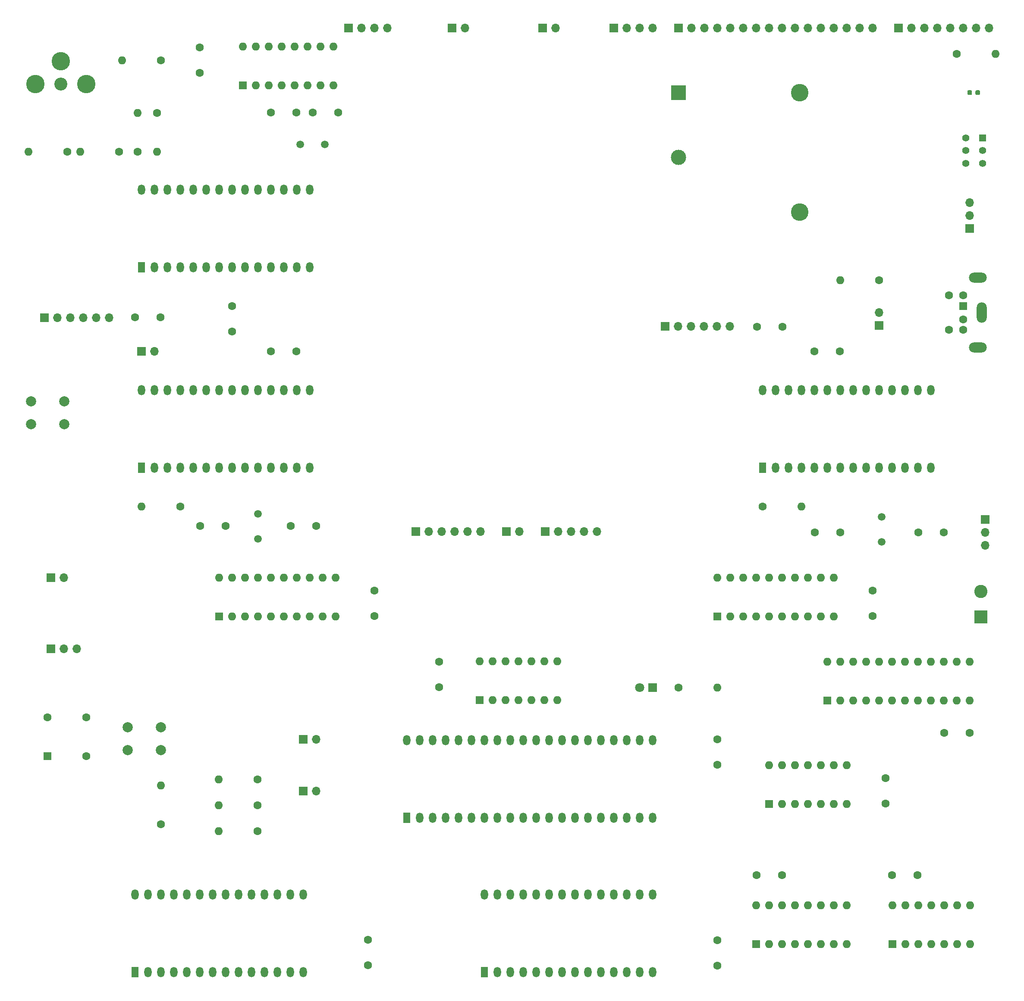
<source format=gts>
G04 #@! TF.GenerationSoftware,KiCad,Pcbnew,(5.1.7)-1*
G04 #@! TF.CreationDate,2020-12-04T08:14:49+03:00*
G04 #@! TF.ProjectId,SmartyKitPCB,536d6172-7479-44b6-9974-5043422e6b69,rev?*
G04 #@! TF.SameCoordinates,Original*
G04 #@! TF.FileFunction,Soldermask,Top*
G04 #@! TF.FilePolarity,Negative*
%FSLAX46Y46*%
G04 Gerber Fmt 4.6, Leading zero omitted, Abs format (unit mm)*
G04 Created by KiCad (PCBNEW (5.1.7)-1) date 2020-12-04 08:14:49*
%MOMM*%
%LPD*%
G01*
G04 APERTURE LIST*
%ADD10C,2.600000*%
%ADD11R,2.600000X2.600000*%
%ADD12O,1.700000X1.700000*%
%ADD13R,1.700000X1.700000*%
%ADD14O,1.440000X2.000000*%
%ADD15R,1.440000X2.000000*%
%ADD16O,1.600000X1.600000*%
%ADD17C,1.600000*%
%ADD18R,1.600000X1.600000*%
%ADD19C,1.500000*%
%ADD20C,2.000000*%
%ADD21C,3.616000*%
%ADD22C,2.550000*%
%ADD23C,1.800000*%
%ADD24R,1.800000X1.800000*%
%ADD25C,1.400000*%
%ADD26R,1.400000X1.400000*%
%ADD27O,2.000000X4.000000*%
%ADD28O,3.500000X2.000000*%
%ADD29C,3.450000*%
%ADD30C,3.000000*%
%ADD31R,3.000000X3.000000*%
G04 APERTURE END LIST*
D10*
X489839000Y-113237000D03*
D11*
X489839000Y-118237000D03*
D12*
X490728000Y-104140000D03*
X490728000Y-101600000D03*
D13*
X490728000Y-99060000D03*
G36*
G01*
X488792000Y-15496250D02*
X488792000Y-14983750D01*
G75*
G02*
X489010750Y-14765000I218750J0D01*
G01*
X489448250Y-14765000D01*
G75*
G02*
X489667000Y-14983750I0J-218750D01*
G01*
X489667000Y-15496250D01*
G75*
G02*
X489448250Y-15715000I-218750J0D01*
G01*
X489010750Y-15715000D01*
G75*
G02*
X488792000Y-15496250I0J218750D01*
G01*
G37*
G36*
G01*
X487217000Y-15496250D02*
X487217000Y-14983750D01*
G75*
G02*
X487435750Y-14765000I218750J0D01*
G01*
X487873250Y-14765000D01*
G75*
G02*
X488092000Y-14983750I0J-218750D01*
G01*
X488092000Y-15496250D01*
G75*
G02*
X487873250Y-15715000I-218750J0D01*
G01*
X487435750Y-15715000D01*
G75*
G02*
X487217000Y-15496250I0J218750D01*
G01*
G37*
D14*
X425462000Y-142400000D03*
X425462000Y-157640000D03*
X422922000Y-142400000D03*
X422922000Y-157640000D03*
X420382000Y-142400000D03*
X420382000Y-157640000D03*
X417842000Y-142400000D03*
X417842000Y-157640000D03*
X415302000Y-142400000D03*
X415302000Y-157640000D03*
X412762000Y-142400000D03*
X412762000Y-157640000D03*
X410222000Y-142400000D03*
X410222000Y-157640000D03*
X407682000Y-142400000D03*
X407682000Y-157640000D03*
X405142000Y-142400000D03*
X405142000Y-157640000D03*
X402602000Y-142400000D03*
X402602000Y-157640000D03*
X400062000Y-142400000D03*
X400062000Y-157640000D03*
X397522000Y-142400000D03*
X397522000Y-157640000D03*
X394982000Y-142400000D03*
X394982000Y-157640000D03*
X392442000Y-142400000D03*
X392442000Y-157640000D03*
X389902000Y-142400000D03*
X389902000Y-157640000D03*
X387362000Y-142400000D03*
X387362000Y-157640000D03*
X384822000Y-142400000D03*
X384822000Y-157640000D03*
X382282000Y-142400000D03*
X382282000Y-157640000D03*
X379742000Y-142400000D03*
X379742000Y-157640000D03*
X377202000Y-142400000D03*
D15*
X377202000Y-157640000D03*
D14*
X356870000Y-172720000D03*
X356870000Y-187960000D03*
X354330000Y-172720000D03*
X354330000Y-187960000D03*
X351790000Y-172720000D03*
X351790000Y-187960000D03*
X349250000Y-172720000D03*
X349250000Y-187960000D03*
X346710000Y-172720000D03*
X346710000Y-187960000D03*
X344170000Y-172720000D03*
X344170000Y-187960000D03*
X341630000Y-172720000D03*
X341630000Y-187960000D03*
X339090000Y-172720000D03*
X339090000Y-187960000D03*
X336550000Y-172720000D03*
X336550000Y-187960000D03*
X334010000Y-172720000D03*
X334010000Y-187960000D03*
X331470000Y-172720000D03*
X331470000Y-187960000D03*
X328930000Y-172720000D03*
X328930000Y-187960000D03*
X326390000Y-172720000D03*
X326390000Y-187960000D03*
X323850000Y-172720000D03*
D15*
X323850000Y-187960000D03*
D14*
X358140000Y-34290000D03*
X358140000Y-49530000D03*
X355600000Y-34290000D03*
X355600000Y-49530000D03*
X353060000Y-34290000D03*
X353060000Y-49530000D03*
X350520000Y-34290000D03*
X350520000Y-49530000D03*
X347980000Y-34290000D03*
X347980000Y-49530000D03*
X345440000Y-34290000D03*
X345440000Y-49530000D03*
X342900000Y-34290000D03*
X342900000Y-49530000D03*
X340360000Y-34290000D03*
X340360000Y-49530000D03*
X337820000Y-34290000D03*
X337820000Y-49530000D03*
X335280000Y-34290000D03*
X335280000Y-49530000D03*
X332740000Y-34290000D03*
X332740000Y-49530000D03*
X330200000Y-34290000D03*
X330200000Y-49530000D03*
X327660000Y-34290000D03*
X327660000Y-49530000D03*
X325120000Y-34290000D03*
D15*
X325120000Y-49530000D03*
D14*
X480060000Y-73660000D03*
X480060000Y-88900000D03*
X477520000Y-73660000D03*
X477520000Y-88900000D03*
X474980000Y-73660000D03*
X474980000Y-88900000D03*
X472440000Y-73660000D03*
X472440000Y-88900000D03*
X469900000Y-73660000D03*
X469900000Y-88900000D03*
X467360000Y-73660000D03*
X467360000Y-88900000D03*
X464820000Y-73660000D03*
X464820000Y-88900000D03*
X462280000Y-73660000D03*
X462280000Y-88900000D03*
X459740000Y-73660000D03*
X459740000Y-88900000D03*
X457200000Y-73660000D03*
X457200000Y-88900000D03*
X454660000Y-73660000D03*
X454660000Y-88900000D03*
X452120000Y-73660000D03*
X452120000Y-88900000D03*
X449580000Y-73660000D03*
X449580000Y-88900000D03*
X447040000Y-73660000D03*
D15*
X447040000Y-88900000D03*
D14*
X358140000Y-73660000D03*
X358140000Y-88900000D03*
X355600000Y-73660000D03*
X355600000Y-88900000D03*
X353060000Y-73660000D03*
X353060000Y-88900000D03*
X350520000Y-73660000D03*
X350520000Y-88900000D03*
X347980000Y-73660000D03*
X347980000Y-88900000D03*
X345440000Y-73660000D03*
X345440000Y-88900000D03*
X342900000Y-73660000D03*
X342900000Y-88900000D03*
X340360000Y-73660000D03*
X340360000Y-88900000D03*
X337820000Y-73660000D03*
X337820000Y-88900000D03*
X335280000Y-73660000D03*
X335280000Y-88900000D03*
X332740000Y-73660000D03*
X332740000Y-88900000D03*
X330200000Y-73660000D03*
X330200000Y-88900000D03*
X327660000Y-73660000D03*
X327660000Y-88900000D03*
X325120000Y-73660000D03*
D15*
X325120000Y-88900000D03*
D14*
X425450000Y-172720000D03*
X425450000Y-187960000D03*
X422910000Y-172720000D03*
X422910000Y-187960000D03*
X420370000Y-172720000D03*
X420370000Y-187960000D03*
X417830000Y-172720000D03*
X417830000Y-187960000D03*
X415290000Y-172720000D03*
X415290000Y-187960000D03*
X412750000Y-172720000D03*
X412750000Y-187960000D03*
X410210000Y-172720000D03*
X410210000Y-187960000D03*
X407670000Y-172720000D03*
X407670000Y-187960000D03*
X405130000Y-172720000D03*
X405130000Y-187960000D03*
X402590000Y-172720000D03*
X402590000Y-187960000D03*
X400050000Y-172720000D03*
X400050000Y-187960000D03*
X397510000Y-172720000D03*
X397510000Y-187960000D03*
X394970000Y-172720000D03*
X394970000Y-187960000D03*
X392430000Y-172720000D03*
D15*
X392430000Y-187960000D03*
D12*
X406400000Y-2540000D03*
D13*
X403860000Y-2540000D03*
D12*
X388620000Y-2540000D03*
D13*
X386080000Y-2540000D03*
D16*
X438150000Y-132080000D03*
D17*
X430530000Y-132080000D03*
D12*
X373380000Y-2540000D03*
X370840000Y-2540000D03*
X368300000Y-2540000D03*
D13*
X365760000Y-2540000D03*
D12*
X425450000Y-2540000D03*
X422910000Y-2540000D03*
X420370000Y-2540000D03*
D13*
X417830000Y-2540000D03*
D12*
X491490000Y-2540000D03*
X488950000Y-2540000D03*
X486410000Y-2540000D03*
X483870000Y-2540000D03*
X481330000Y-2540000D03*
X478790000Y-2540000D03*
X476250000Y-2540000D03*
D13*
X473710000Y-2540000D03*
D12*
X468630000Y-2540000D03*
X466090000Y-2540000D03*
X463550000Y-2540000D03*
X461010000Y-2540000D03*
X458470000Y-2540000D03*
X455930000Y-2540000D03*
X453390000Y-2540000D03*
X450850000Y-2540000D03*
X448310000Y-2540000D03*
X445770000Y-2540000D03*
X443230000Y-2540000D03*
X440690000Y-2540000D03*
X438150000Y-2540000D03*
X435610000Y-2540000D03*
X433070000Y-2540000D03*
D13*
X430530000Y-2540000D03*
D16*
X462280000Y-52070000D03*
D17*
X469900000Y-52070000D03*
D12*
X469900000Y-58420000D03*
D13*
X469900000Y-60960000D03*
D12*
X487680000Y-36830000D03*
X487680000Y-39370000D03*
D13*
X487680000Y-41910000D03*
D17*
X355520000Y-66040000D03*
X350520000Y-66040000D03*
X462200000Y-66040000D03*
X457200000Y-66040000D03*
X438150000Y-181690000D03*
X438150000Y-186690000D03*
X369570000Y-186610000D03*
X369570000Y-181610000D03*
D12*
X309880000Y-110490000D03*
D13*
X307340000Y-110490000D03*
D12*
X312420000Y-124460000D03*
X309880000Y-124460000D03*
D13*
X307340000Y-124460000D03*
D17*
X336550000Y-11350000D03*
X336550000Y-6350000D03*
X342900000Y-62150000D03*
X342900000Y-57150000D03*
X482680000Y-140970000D03*
X487680000Y-140970000D03*
X445850000Y-168910000D03*
X450850000Y-168910000D03*
X468630000Y-118030000D03*
X468630000Y-113030000D03*
X438150000Y-147240000D03*
X438150000Y-142240000D03*
X370840000Y-118030000D03*
X370840000Y-113030000D03*
D16*
X321310000Y-8890000D03*
D17*
X328930000Y-8890000D03*
D16*
X345000000Y-6150000D03*
X362780000Y-13770000D03*
X347540000Y-6150000D03*
X360240000Y-13770000D03*
X350080000Y-6150000D03*
X357700000Y-13770000D03*
X352620000Y-6150000D03*
X355160000Y-13770000D03*
X355160000Y-6150000D03*
X352620000Y-13770000D03*
X357700000Y-6150000D03*
X350080000Y-13770000D03*
X360240000Y-6150000D03*
X347540000Y-13770000D03*
X362780000Y-6150000D03*
D18*
X345000000Y-13770000D03*
D12*
X359410000Y-152400000D03*
D13*
X356870000Y-152400000D03*
D12*
X359410000Y-142240000D03*
D13*
X356870000Y-142240000D03*
D19*
X356235000Y-25400000D03*
X361115000Y-25400000D03*
D16*
X328180000Y-26830000D03*
D17*
X328180000Y-19210000D03*
D16*
X324370000Y-19210000D03*
D17*
X324370000Y-26830000D03*
X350515000Y-19180000D03*
X355515000Y-19180000D03*
X358665000Y-19180000D03*
X363665000Y-19180000D03*
D12*
X440575000Y-61120000D03*
X438035000Y-61120000D03*
X435495000Y-61120000D03*
X432955000Y-61120000D03*
X430415000Y-61120000D03*
D13*
X427875000Y-61120000D03*
D12*
X318742000Y-59469000D03*
X316202000Y-59469000D03*
X313662000Y-59469000D03*
X311122000Y-59469000D03*
X308582000Y-59469000D03*
D13*
X306042000Y-59469000D03*
D17*
X450909000Y-61247000D03*
X445909000Y-61247000D03*
X328822000Y-59342000D03*
X323822000Y-59342000D03*
D20*
X309915000Y-75852000D03*
X309915000Y-80352000D03*
X303415000Y-75852000D03*
X303415000Y-80352000D03*
D19*
X347980000Y-97990000D03*
X347980000Y-102870000D03*
D16*
X325120000Y-96520000D03*
D17*
X332740000Y-96520000D03*
X336630000Y-100330000D03*
X341630000Y-100330000D03*
X354410000Y-100330000D03*
X359410000Y-100330000D03*
D16*
X313067000Y-26830000D03*
D17*
X320687000Y-26830000D03*
D16*
X302907000Y-26830000D03*
D17*
X310527000Y-26830000D03*
D21*
X309245000Y-9070000D03*
X304245000Y-13570000D03*
X314245000Y-13570000D03*
D22*
X309245000Y-13570000D03*
D12*
X327660000Y-66040000D03*
D13*
X325120000Y-66040000D03*
D12*
X391664000Y-101406000D03*
X389124000Y-101406000D03*
X386584000Y-101406000D03*
X384044000Y-101406000D03*
X381504000Y-101406000D03*
D13*
X378964000Y-101406000D03*
D12*
X414524000Y-101406000D03*
X411984000Y-101406000D03*
X409444000Y-101406000D03*
X406904000Y-101406000D03*
D13*
X404364000Y-101406000D03*
D12*
X399284000Y-101406000D03*
D13*
X396744000Y-101406000D03*
D23*
X422910000Y-132080000D03*
D24*
X425450000Y-132080000D03*
D25*
X486920000Y-29130000D03*
X486920000Y-26630000D03*
X486920000Y-24130000D03*
X490220000Y-29130000D03*
X490220000Y-26630000D03*
D26*
X490220000Y-24130000D03*
D16*
X492760000Y-7620000D03*
D17*
X485140000Y-7620000D03*
X477440000Y-168910000D03*
X472440000Y-168910000D03*
X471170000Y-154860000D03*
X471170000Y-149860000D03*
X383540000Y-132000000D03*
X383540000Y-127000000D03*
D19*
X470420000Y-103465000D03*
X470420000Y-98585000D03*
D16*
X454660000Y-96520000D03*
D17*
X447040000Y-96520000D03*
D16*
X340260000Y-160258000D03*
D17*
X347880000Y-160258000D03*
D16*
X340260000Y-150098000D03*
D17*
X347880000Y-150098000D03*
D16*
X340260000Y-155178000D03*
D17*
X347880000Y-155178000D03*
X457280000Y-101600000D03*
X462280000Y-101600000D03*
X477600000Y-101600000D03*
X482600000Y-101600000D03*
D27*
X490060000Y-58450000D03*
D17*
X483610000Y-61850000D03*
X483610000Y-55050000D03*
X486410000Y-61850000D03*
X486410000Y-55050000D03*
X486410000Y-59750000D03*
D18*
X486410000Y-57150000D03*
D28*
X489260000Y-51600000D03*
X489260000Y-65300000D03*
D16*
X391477000Y-126922000D03*
X406717000Y-134542000D03*
X394017000Y-126922000D03*
X404177000Y-134542000D03*
X396557000Y-126922000D03*
X401637000Y-134542000D03*
X399097000Y-126922000D03*
X399097000Y-134542000D03*
X401637000Y-126922000D03*
X396557000Y-134542000D03*
X404177000Y-126922000D03*
X394017000Y-134542000D03*
X406717000Y-126922000D03*
D18*
X391477000Y-134542000D03*
D16*
X340360000Y-110490000D03*
X363220000Y-118110000D03*
X342900000Y-110490000D03*
X360680000Y-118110000D03*
X345440000Y-110490000D03*
X358140000Y-118110000D03*
X347980000Y-110490000D03*
X355600000Y-118110000D03*
X350520000Y-110490000D03*
X353060000Y-118110000D03*
X353060000Y-110490000D03*
X350520000Y-118110000D03*
X355600000Y-110490000D03*
X347980000Y-118110000D03*
X358140000Y-110490000D03*
X345440000Y-118110000D03*
X360680000Y-110490000D03*
X342900000Y-118110000D03*
X363220000Y-110490000D03*
D18*
X340360000Y-118110000D03*
D16*
X438150000Y-110490000D03*
X461010000Y-118110000D03*
X440690000Y-110490000D03*
X458470000Y-118110000D03*
X443230000Y-110490000D03*
X455930000Y-118110000D03*
X445770000Y-110490000D03*
X453390000Y-118110000D03*
X448310000Y-110490000D03*
X450850000Y-118110000D03*
X450850000Y-110490000D03*
X448310000Y-118110000D03*
X453390000Y-110490000D03*
X445770000Y-118110000D03*
X455930000Y-110490000D03*
X443230000Y-118110000D03*
X458470000Y-110490000D03*
X440690000Y-118110000D03*
X461010000Y-110490000D03*
D18*
X438150000Y-118110000D03*
D16*
X459740000Y-127000000D03*
X487680000Y-134620000D03*
X462280000Y-127000000D03*
X485140000Y-134620000D03*
X464820000Y-127000000D03*
X482600000Y-134620000D03*
X467360000Y-127000000D03*
X480060000Y-134620000D03*
X469900000Y-127000000D03*
X477520000Y-134620000D03*
X472440000Y-127000000D03*
X474980000Y-134620000D03*
X474980000Y-127000000D03*
X472440000Y-134620000D03*
X477520000Y-127000000D03*
X469900000Y-134620000D03*
X480060000Y-127000000D03*
X467360000Y-134620000D03*
X482600000Y-127000000D03*
X464820000Y-134620000D03*
X485140000Y-127000000D03*
X462280000Y-134620000D03*
X487680000Y-127000000D03*
D18*
X459740000Y-134620000D03*
D16*
X472500000Y-174880000D03*
X487740000Y-182500000D03*
X475040000Y-174880000D03*
X485200000Y-182500000D03*
X477580000Y-174880000D03*
X482660000Y-182500000D03*
X480120000Y-174880000D03*
X480120000Y-182500000D03*
X482660000Y-174880000D03*
X477580000Y-182500000D03*
X485200000Y-174880000D03*
X475040000Y-182500000D03*
X487740000Y-174880000D03*
D18*
X472500000Y-182500000D03*
D16*
X445770000Y-174880000D03*
X463550000Y-182500000D03*
X448310000Y-174880000D03*
X461010000Y-182500000D03*
X450850000Y-174880000D03*
X458470000Y-182500000D03*
X453390000Y-174880000D03*
X455930000Y-182500000D03*
X455930000Y-174880000D03*
X453390000Y-182500000D03*
X458470000Y-174880000D03*
X450850000Y-182500000D03*
X461010000Y-174880000D03*
X448310000Y-182500000D03*
X463550000Y-174880000D03*
D18*
X445770000Y-182500000D03*
D16*
X448310000Y-147320000D03*
X463550000Y-154940000D03*
X450850000Y-147320000D03*
X461010000Y-154940000D03*
X453390000Y-147320000D03*
X458470000Y-154940000D03*
X455930000Y-147320000D03*
X455930000Y-154940000D03*
X458470000Y-147320000D03*
X453390000Y-154940000D03*
X461010000Y-147320000D03*
X450850000Y-154940000D03*
X463550000Y-147320000D03*
D18*
X448310000Y-154940000D03*
D16*
X328942000Y-151290000D03*
D17*
X328942000Y-158910000D03*
D20*
X328912000Y-139860000D03*
X328912000Y-144360000D03*
X322412000Y-139860000D03*
X322412000Y-144360000D03*
D29*
X454250000Y-38740000D03*
X454250000Y-15240000D03*
D30*
X430530000Y-27940000D03*
D31*
X430530000Y-15240000D03*
D17*
X314292000Y-145560000D03*
X314292000Y-137940000D03*
X306672000Y-137940000D03*
D18*
X306672000Y-145560000D03*
M02*

</source>
